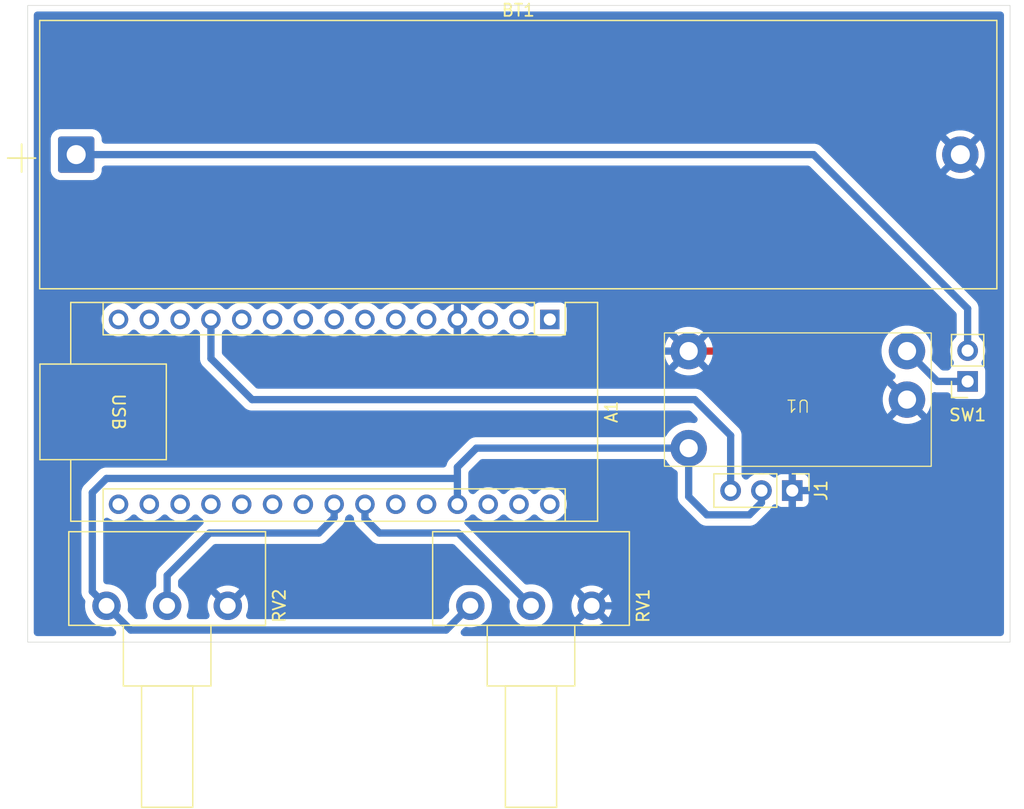
<source format=kicad_pcb>
(kicad_pcb (version 20241229) (generator "pcbnew") (generator_version "9.0")
  (layers (0 "F.Cu" signal) (2 "B.Cu" signal) (13 "F.Paste" user) (15 "B.Paste" user) (5 "F.SilkS" user "F.Silkscreen") (7 "B.SilkS" user "B.Silkscreen") (1 "F.Mask" user) (3 "B.Mask" user) (25 "Edge.Cuts" user))
  (net 0 "")
  (net 1 "unconnected-(A1-A0-Pad19)")
  (net 7 "Net-(A1-A4)")
  (net 10 "GND")
  (net 11 "Net-(A1-A5)")
  (net 18 "+5V")
  (net 29 "Net-(A1-D9)")
  (net 31 "Net-(BT1-+)")
  (net 32 "+BATT")
  (footprint "Connector_PinSocket_2.54mm:PinSocket_1x02_P2.54mm_Vertical" (layer "F.Cu") (at 91 45 180)
    (property "Reference" "SW1" (at 0 -2.77 0) (layer "F.SilkS"))
    (property "Value" "SW_DPST_x2")
    (fp_line (start 1.33 1.27) (end 1.33 3.87) (stroke (width 0.12)) (layer "F.SilkS"))
    (fp_line (start 1.33 -1.33) (end 1.33 0) (stroke (width 0.12)) (layer "F.SilkS"))
    (fp_line (start 0 -1.33) (end 1.33 -1.33) (stroke (width 0.12)) (layer "F.SilkS"))
    (fp_line (start -1.33 3.87) (end 1.33 3.87) (stroke (width 0.12)) (layer "F.SilkS"))
    (fp_line (start -1.33 1.27) (end 1.33 1.27) (stroke (width 0.12)) (layer "F.SilkS"))
    (fp_line (start -1.33 1.27) (end -1.33 3.87) (stroke (width 0.12)) (layer "F.SilkS"))
    (pad "1" thru_hole rect (at 0 0 180) (size 1.7 1.7) (drill 1) (layers "*.Cu" "*.Mask") (net 32 "+BATT"))
    (pad "2" thru_hole circle (at 0 2.54 180) (size 1.7 1.7) (drill 1) (layers "*.Cu" "*.Mask") (net 31 "Net-(BT1-+)"))
  )
  (footprint "Connector_PinHeader_2.54mm:PinHeader_1x03_P2.54mm_Vertical" (layer "F.Cu") (at 76.54 54 -90)
    (property "Reference" "J1" (at 0 -2.38 90) (layer "F.SilkS"))
    (property "Value" "Conn_01x03_Pin")
    (fp_line (start -1.38 6.46) (end 1.38 6.46) (stroke (width 0.12)) (layer "F.SilkS"))
    (fp_line (start -1.38 1.27) (end -1.38 6.46) (stroke (width 0.12)) (layer "F.SilkS"))
    (fp_line (start -1.38 1.27) (end 1.38 1.27) (stroke (width 0.12)) (layer "F.SilkS"))
    (fp_line (start 1.38 1.27) (end 1.38 6.46) (stroke (width 0.12)) (layer "F.SilkS"))
    (fp_line (start -1.38 0) (end -1.38 -1.38) (stroke (width 0.12)) (layer "F.SilkS"))
    (fp_line (start -1.38 -1.38) (end 0 -1.38) (stroke (width 0.12)) (layer "F.SilkS"))
    (pad "1" thru_hole rect (at 0 0 270) (size 1.7 1.7) (drill 1) (layers "*.Cu" "*.Mask") (net 10 "GND"))
    (pad "2" thru_hole circle (at 0 2.54 270) (size 1.7 1.7) (drill 1) (layers "*.Cu" "*.Mask") (net 18 "+5V"))
    (pad "3" thru_hole circle (at 0 5.08 270) (size 1.7 1.7) (drill 1) (layers "*.Cu" "*.Mask") (net 29 "Net-(A1-D9)"))
  )
  (footprint "chinese_modules:dc-dc module" (layer "F.Cu") (at 77 46.5 180)
    (property "Reference" "U1" (at 0 -0.5 180) (layer "F.SilkS") (effects (font (thickness 0.1))))
    (property "Value" "~")
    (fp_rect (start -11 -5.5) (end 11 5.5) (stroke (width 0.1)) (fill no) (layer "F.SilkS"))
    (pad "1" thru_hole circle (at -9 0 180) (size 3 3) (drill 1.5) (layers "*.Cu" "*.Mask") (net 10 "GND"))
    (pad "2" thru_hole circle (at -9 4 180) (size 3 3) (drill 1.5) (layers "*.Cu" "*.Mask") (net 32 "+BATT"))
    (pad "3" thru_hole circle (at 9 4 180) (size 3 3) (drill 1.5) (layers "*.Cu" "*.Mask") (net 10 "GND"))
    (pad "4" thru_hole circle (at 9 -4 180) (size 3 3) (drill 1.5) (layers "*.Cu" "*.Mask") (net 18 "+5V"))
  )
  (footprint "Module:Arduino_Nano" (layer "F.Cu") (at 56.55 39.89 -90)
    (property "Reference" "A1" (at 7.62 -5.08 90) (layer "F.SilkS"))
    (property "Value" "Arduino_Nano_v3.x")
    (fp_line (start 3.68 42.04) (end 3.68 31.62) (stroke (width 0.12)) (layer "F.SilkS"))
    (fp_line (start 11.56 42.04) (end 3.68 42.04) (stroke (width 0.12)) (layer "F.SilkS"))
    (fp_line (start -1.4 39.5) (end 3.68 39.5) (stroke (width 0.12)) (layer "F.SilkS"))
    (fp_line (start 16.64 39.5) (end 11.56 39.5) (stroke (width 0.12)) (layer "F.SilkS"))
    (fp_line (start 16.64 39.5) (end 16.64 -3.94) (stroke (width 0.12)) (layer "F.SilkS"))
    (fp_line (start 1.27 36.83) (end -1.4 36.83) (stroke (width 0.12)) (layer "F.SilkS"))
    (fp_line (start 13.97 36.83) (end 16.64 36.83) (stroke (width 0.12)) (layer "F.SilkS"))
    (fp_line (start 3.68 31.62) (end 11.56 31.62) (stroke (width 0.12)) (layer "F.SilkS"))
    (fp_line (start 11.56 31.62) (end 11.56 42.04) (stroke (width 0.12)) (layer "F.SilkS"))
    (fp_line (start -1.4 1.27) (end -1.4 39.5) (stroke (width 0.12)) (layer "F.SilkS"))
    (fp_line (start 1.27 1.27) (end 1.27 36.83) (stroke (width 0.12)) (layer "F.SilkS"))
    (fp_line (start 1.27 1.27) (end -1.4 1.27) (stroke (width 0.12)) (layer "F.SilkS"))
    (fp_line (start 1.27 1.27) (end 1.27 -1.27) (stroke (width 0.12)) (layer "F.SilkS"))
    (fp_line (start 1.27 -1.27) (end -1.4 -1.27) (stroke (width 0.12)) (layer "F.SilkS"))
    (fp_line (start 13.97 -1.27) (end 13.97 36.83) (stroke (width 0.12)) (layer "F.SilkS"))
    (fp_line (start 13.97 -1.27) (end 16.64 -1.27) (stroke (width 0.12)) (layer "F.SilkS"))
    (fp_line (start -1.4 -3.94) (end -1.4 -1.27) (stroke (width 0.12)) (layer "F.SilkS"))
    (fp_line (start 16.64 -3.94) (end -1.4 -3.94) (stroke (width 0.12)) (layer "F.SilkS"))
    (fp_text user "USB" (at 7.62 35.56 270) (layer "F.SilkS"))
    (pad "1" thru_hole rect (at 0 0 270) (size 1.6 1.6) (drill 1) (layers "*.Cu" "*.Mask"))
    (pad "2" thru_hole oval (at 0 2.54 270) (size 1.6 1.6) (drill 1) (layers "*.Cu" "*.Mask"))
    (pad "3" thru_hole oval (at 0 5.08 270) (size 1.6 1.6) (drill 1) (layers "*.Cu" "*.Mask"))
    (pad "4" thru_hole oval (at 0 7.62 270) (size 1.6 1.6) (drill 1) (layers "*.Cu" "*.Mask") (net 10 "GND"))
    (pad "5" thru_hole oval (at 0 10.16 270) (size 1.6 1.6) (drill 1) (layers "*.Cu" "*.Mask"))
    (pad "6" thru_hole oval (at 0 12.7 270) (size 1.6 1.6) (drill 1) (layers "*.Cu" "*.Mask"))
    (pad "7" thru_hole oval (at 0 15.24 270) (size 1.6 1.6) (drill 1) (layers "*.Cu" "*.Mask"))
    (pad "8" thru_hole oval (at 0 17.78 270) (size 1.6 1.6) (drill 1) (layers "*.Cu" "*.Mask"))
    (pad "9" thru_hole oval (at 0 20.32 270) (size 1.6 1.6) (drill 1) (layers "*.Cu" "*.Mask"))
    (pad "10" thru_hole oval (at 0 22.86 270) (size 1.6 1.6) (drill 1) (layers "*.Cu" "*.Mask"))
    (pad "11" thru_hole oval (at 0 25.4 270) (size 1.6 1.6) (drill 1) (layers "*.Cu" "*.Mask"))
    (pad "12" thru_hole oval (at 0 27.94 270) (size 1.6 1.6) (drill 1) (layers "*.Cu" "*.Mask") (net 29 "Net-(A1-D9)"))
    (pad "13" thru_hole oval (at 0 30.48 270) (size 1.6 1.6) (drill 1) (layers "*.Cu" "*.Mask"))
    (pad "14" thru_hole oval (at 0 33.02 270) (size 1.6 1.6) (drill 1) (layers "*.Cu" "*.Mask"))
    (pad "15" thru_hole oval (at 0 35.56 270) (size 1.6 1.6) (drill 1) (layers "*.Cu" "*.Mask"))
    (pad "16" thru_hole oval (at 15.24 35.56 270) (size 1.6 1.6) (drill 1) (layers "*.Cu" "*.Mask"))
    (pad "17" thru_hole oval (at 15.24 33.02 270) (size 1.6 1.6) (drill 1) (layers "*.Cu" "*.Mask"))
    (pad "18" thru_hole oval (at 15.24 30.48 270) (size 1.6 1.6) (drill 1) (layers "*.Cu" "*.Mask"))
    (pad "19" thru_hole oval (at 15.24 27.94 270) (size 1.6 1.6) (drill 1) (layers "*.Cu" "*.Mask") (net 1 "unconnected-(A1-A0-Pad19)"))
    (pad "20" thru_hole oval (at 15.24 25.4 270) (size 1.6 1.6) (drill 1) (layers "*.Cu" "*.Mask"))
    (pad "21" thru_hole oval (at 15.24 22.86 270) (size 1.6 1.6) (drill 1) (layers "*.Cu" "*.Mask"))
    (pad "22" thru_hole oval (at 15.24 20.32 270) (size 1.6 1.6) (drill 1) (layers "*.Cu" "*.Mask"))
    (pad "23" thru_hole oval (at 15.24 17.78 270) (size 1.6 1.6) (drill 1) (layers "*.Cu" "*.Mask") (net 7 "Net-(A1-A4)"))
    (pad "24" thru_hole oval (at 15.24 15.24 270) (size 1.6 1.6) (drill 1) (layers "*.Cu" "*.Mask") (net 11 "Net-(A1-A5)"))
    (pad "25" thru_hole oval (at 15.24 12.7 270) (size 1.6 1.6) (drill 1) (layers "*.Cu" "*.Mask"))
    (pad "26" thru_hole oval (at 15.24 10.16 270) (size 1.6 1.6) (drill 1) (layers "*.Cu" "*.Mask"))
    (pad "27" thru_hole oval (at 15.24 7.62 270) (size 1.6 1.6) (drill 1) (layers "*.Cu" "*.Mask") (net 18 "+5V"))
    (pad "28" thru_hole oval (at 15.24 5.08 270) (size 1.6 1.6) (drill 1) (layers "*.Cu" "*.Mask"))
    (pad "29" thru_hole oval (at 15.24 2.54 270) (size 1.6 1.6) (drill 1) (layers "*.Cu" "*.Mask"))
    (pad "30" thru_hole oval (at 15.24 0 270) (size 1.6 1.6) (drill 1) (layers "*.Cu" "*.Mask"))
  )
  (footprint "Potentiometer_THT:Potentiometer_Piher_T-16H_Single_Horizontal" (layer "F.Cu") (at 20 63.5 -90)
    (property "Reference" "RV2" (at 0 -14.25 90) (layer "F.SilkS"))
    (property "Value" "R_Potentiometer")
    (fp_line (start -6.11 3.11) (end -6.11 -13.11) (stroke (width 0.12)) (layer "F.SilkS"))
    (fp_line (start 1.61 3.11) (end -6.11 3.11) (stroke (width 0.12)) (layer "F.SilkS"))
    (fp_line (start 1.61 -1.39) (end 1.61 -8.61) (stroke (width 0.12)) (layer "F.SilkS"))
    (fp_line (start 6.61 -1.39) (end 1.61 -1.39) (stroke (width 0.12)) (layer "F.SilkS"))
    (fp_line (start 6.61 -2.89) (end 6.61 -7.11) (stroke (width 0.12)) (layer "F.SilkS"))
    (fp_line (start 16.61 -2.89) (end 6.61 -2.89) (stroke (width 0.12)) (layer "F.SilkS"))
    (fp_line (start 6.61 -7.11) (end 16.61 -7.11) (stroke (width 0.12)) (layer "F.SilkS"))
    (fp_line (start 16.61 -7.11) (end 16.61 -2.89) (stroke (width 0.12)) (layer "F.SilkS"))
    (fp_line (start 1.61 -8.61) (end 6.61 -8.61) (stroke (width 0.12)) (layer "F.SilkS"))
    (fp_line (start 6.61 -8.61) (end 6.61 -1.39) (stroke (width 0.12)) (layer "F.SilkS"))
    (fp_line (start -6.11 -13.11) (end 1.61 -13.11) (stroke (width 0.12)) (layer "F.SilkS"))
    (fp_line (start 1.61 -13.11) (end 1.61 3.11) (stroke (width 0.12)) (layer "F.SilkS"))
    (pad "1" thru_hole circle (at 0 0 270) (size 2.34 2.34) (drill 1.3) (layers "*.Cu" "*.Mask") (net 18 "+5V"))
    (pad "2" thru_hole circle (at 0 -5 270) (size 2.34 2.34) (drill 1.3) (layers "*.Cu" "*.Mask") (net 7 "Net-(A1-A4)"))
    (pad "3" thru_hole circle (at 0 -10 270) (size 2.34 2.34) (drill 1.3) (layers "*.Cu" "*.Mask") (net 10 "GND"))
  )
  (footprint "Potentiometer_THT:Potentiometer_Piher_T-16H_Single_Horizontal" (layer "F.Cu") (at 50 63.5 -90)
    (property "Reference" "RV1" (at 0 -14.25 90) (layer "F.SilkS"))
    (property "Value" "R_Potentiometer")
    (fp_line (start -6.11 3.11) (end -6.11 -13.11) (stroke (width 0.12)) (layer "F.SilkS"))
    (fp_line (start 1.61 3.11) (end -6.11 3.11) (stroke (width 0.12)) (layer "F.SilkS"))
    (fp_line (start 1.61 -1.39) (end 1.61 -8.61) (stroke (width 0.12)) (layer "F.SilkS"))
    (fp_line (start 6.61 -1.39) (end 1.61 -1.39) (stroke (width 0.12)) (layer "F.SilkS"))
    (fp_line (start 6.61 -2.89) (end 6.61 -7.11) (stroke (width 0.12)) (layer "F.SilkS"))
    (fp_line (start 16.61 -2.89) (end 6.61 -2.89) (stroke (width 0.12)) (layer "F.SilkS"))
    (fp_line (start 6.61 -7.11) (end 16.61 -7.11) (stroke (width 0.12)) (layer "F.SilkS"))
    (fp_line (start 16.61 -7.11) (end 16.61 -2.89) (stroke (width 0.12)) (layer "F.SilkS"))
    (fp_line (start 1.61 -8.61) (end 6.61 -8.61) (stroke (width 0.12)) (layer "F.SilkS"))
    (fp_line (start 6.61 -8.61) (end 6.61 -1.39) (stroke (width 0.12)) (layer "F.SilkS"))
    (fp_line (start -6.11 -13.11) (end 1.61 -13.11) (stroke (width 0.12)) (layer "F.SilkS"))
    (fp_line (start 1.61 -13.11) (end 1.61 3.11) (stroke (width 0.12)) (layer "F.SilkS"))
    (pad "1" thru_hole circle (at 0 0 270) (size 2.34 2.34) (drill 1.3) (layers "*.Cu" "*.Mask") (net 18 "+5V"))
    (pad "2" thru_hole circle (at 0 -5 270) (size 2.34 2.34) (drill 1.3) (layers "*.Cu" "*.Mask") (net 11 "Net-(A1-A5)"))
    (pad "3" thru_hole circle (at 0 -10 270) (size 2.34 2.34) (drill 1.3) (layers "*.Cu" "*.Mask") (net 10 "GND"))
  )
  (footprint "Battery:BatteryHolder_MPD_BH-18650-PC" (layer "F.Cu") (at 17.5 26.3)
    (property "Reference" "BT1" (at 36.45 -11.9 0) (layer "F.SilkS"))
    (property "Value" "Battery_Cell")
    (fp_line (start -3.01 -11.06) (end 75.91 -11.06) (stroke (width 0.12)) (layer "F.SilkS"))
    (fp_line (start -3.01 11.06) (end -3.01 -11.06) (stroke (width 0.12)) (layer "F.SilkS"))
    (fp_line (start 75.91 -11.06) (end 75.91 11.06) (stroke (width 0.12)) (layer "F.SilkS"))
    (fp_line (start 75.91 11.06) (end -3.01 11.06) (stroke (width 0.12)) (layer "F.SilkS"))
    (fp_text user "+" (at -4.5 0.05 0) (layer "F.SilkS") (effects (font (size 3 3))))
    (pad "1" thru_hole roundrect (at 0 0) (size 3 3) (drill 1.57) (layers "*.Cu" "*.Mask") (roundrect_rratio 0.083333) (net 31 "Net-(BT1-+)"))
    (pad "2" thru_hole circle (at 72.9 0) (size 3 3) (drill 1.57) (layers "*.Cu" "*.Mask") (net 10 "GND"))
  )
  (gr_rect (start 13.5 14) (end 94.5 66.5) (stroke (width 0.05)) (fill no) (layer "Edge.Cuts"))
  (segment (start 28.5 55.24) (end 28.61 55.13) (width 0.6) (layer "B.Cu") (net 1))
  (segment (start 37.5 57.5) (end 28.5 57.5) (width 0.6) (layer "B.Cu") (net 7))
  (segment (start 25 61) (end 25 63.5) (width 0.6) (layer "B.Cu") (net 7))
  (segment (start 38.77 56.23) (end 37.5 57.5) (width 0.6) (layer "B.Cu") (net 7))
  (segment (start 28.5 57.5) (end 25 61) (width 0.6) (layer "B.Cu") (net 7))
  (segment (start 38.77 55.13) (end 38.77 56.23) (width 0.6) (layer "B.Cu") (net 7))
  (segment (start 82 42.5) (end 86 46.5) (width 0.6) (layer "F.Cu") (net 10))
  (segment (start 68 42.5) (end 82 42.5) (width 0.6) (layer "F.Cu") (net 10))
  (segment (start 32 61.5) (end 51 61.5) (width 0.6) (layer "B.Cu") (net 10))
  (segment (start 53.5 65.5) (end 58 65.5) (width 0.6) (layer "B.Cu") (net 10))
  (segment (start 58 65.5) (end 60 63.5) (width 0.6) (layer "B.Cu") (net 10))
  (segment (start 52.5 64.5) (end 53.5 65.5) (width 0.6) (layer "B.Cu") (net 10))
  (segment (start 48.93 41.43) (end 48.93 39.89) (width 0.6) (layer "B.Cu") (net 10))
  (segment (start 74.49 63.5) (end 76.54 61.45) (width 0.6) (layer "B.Cu") (net 10))
  (segment (start 50 42.5) (end 48.93 41.43) (width 0.6) (layer "B.Cu") (net 10))
  (segment (start 52.5 63) (end 52.5 64.5) (width 0.6) (layer "B.Cu") (net 10))
  (segment (start 30 63.5) (end 32 61.5) (width 0.6) (layer "B.Cu") (net 10))
  (segment (start 51 61.5) (end 52.5 63) (width 0.6) (layer "B.Cu") (net 10))
  (segment (start 60 63.5) (end 74.49 63.5) (width 0.6) (layer "B.Cu") (net 10))
  (segment (start 68 42.5) (end 50 42.5) (width 0.6) (layer "B.Cu") (net 10))
  (segment (start 76.54 61.45) (end 76.54 54) (width 0.6) (layer "B.Cu") (net 10))
  (segment (start 41.31 55.13) (end 41.31 56.31) (width 0.6) (layer "B.Cu") (net 11))
  (segment (start 49 57.5) (end 55 63.5) (width 0.6) (layer "B.Cu") (net 11))
  (segment (start 41.31 56.31) (end 42.5 57.5) (width 0.6) (layer "B.Cu") (net 11))
  (segment (start 42.5 57.5) (end 49 57.5) (width 0.6) (layer "B.Cu") (net 11))
  (segment (start 74 55) (end 74 54) (width 0.6) (layer "B.Cu") (net 18))
  (segment (start 68 54.5) (end 69.5 56) (width 0.6) (layer "B.Cu") (net 18))
  (segment (start 18.830001 62.330001) (end 18.830001 54.169999) (width 0.6) (layer "B.Cu") (net 18))
  (segment (start 69.5 56) (end 73 56) (width 0.6) (layer "B.Cu") (net 18))
  (segment (start 48.93 52.07) (end 48.93 55.13) (width 0.6) (layer "B.Cu") (net 18))
  (segment (start 73 56) (end 74 55) (width 0.6) (layer "B.Cu") (net 18))
  (segment (start 68 50.5) (end 68 54.5) (width 0.6) (layer "B.Cu") (net 18))
  (segment (start 18.830001 54.169999) (end 20 53) (width 0.6) (layer "B.Cu") (net 18))
  (segment (start 48 65.5) (end 50 63.5) (width 0.6) (layer "B.Cu") (net 18))
  (segment (start 50.5 50.5) (end 48.93 52.07) (width 0.6) (layer "B.Cu") (net 18))
  (segment (start 22 65.5) (end 48 65.5) (width 0.6) (layer "B.Cu") (net 18))
  (segment (start 20 53) (end 48.93 53) (width 0.6) (layer "B.Cu") (net 18))
  (segment (start 20 63.5) (end 18.830001 62.330001) (width 0.6) (layer "B.Cu") (net 18))
  (segment (start 68 50.5) (end 50.5 50.5) (width 0.6) (layer "B.Cu") (net 18))
  (segment (start 20 63.5) (end 22 65.5) (width 0.6) (layer "B.Cu") (net 18))
  (segment (start 71.46 49.46) (end 71.46 54) (width 0.6) (layer "B.Cu") (net 29))
  (segment (start 28.61 43.11) (end 32 46.5) (width 0.6) (layer "B.Cu") (net 29))
  (segment (start 68.5 46.5) (end 71.46 49.46) (width 0.6) (layer "B.Cu") (net 29))
  (segment (start 32 46.5) (end 68.5 46.5) (width 0.6) (layer "B.Cu") (net 29))
  (segment (start 28.61 39.89) (end 28.61 43.11) (width 0.6) (layer "B.Cu") (net 29))
  (segment (start 91 42.46) (end 91 39) (width 0.6) (layer "B.Cu") (net 31))
  (segment (start 78.3 26.3) (end 17.5 26.3) (width 0.6) (layer "B.Cu") (net 31))
  (segment (start 91 39) (end 78.3 26.3) (width 0.6) (layer "B.Cu") (net 31))
  (segment (start 88.5 45) (end 86 42.5) (width 0.6) (layer "B.Cu") (net 32))
  (segment (start 91 45) (end 88.5 45) (width 0.6) (layer "B.Cu") (net 32))
  (zone (net 10) (net_name "GND") (layer "B.Cu") (connect_pads (clearance 0.6)) (min_thickness 0.6) (fill yes (thermal_gap 0.5) (thermal_bridge_width 0.6) (island_removal_mode 2) (island_area_min 30))
    (polygon (pts (xy 94 14.5) (xy 94 66) (xy 14 66) (xy 14 14.5)))
  )
)
</source>
